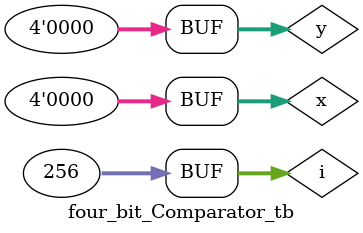
<source format=v>
`timescale 1ns / 1ps
module four_bit_Comparator(x,y,g,e,l);
input [3:0] x,y;
output g,e,l;
reg g,e,l;
always @(x or y)
begin
g=0; e=0; l=0;
if(x==y)
g=1;
else if (x>y)
e=1;
else
l=1;
end
endmodule

module four_bit_Comparator_tb();
reg [3:0]x,y;
wire g,e,l;
integer i;
initial begin
x[3:0]=4'b0000; y[3:0]=4'b0000;
for(i=0;i<256;i=i+1)
begin
{x,y} = {x,y}+1;
#10;
end
end
four_bit_Comparator UUT(.x(x),.y(y),.g(g),.e(e),.l(l));
endmodule


</source>
